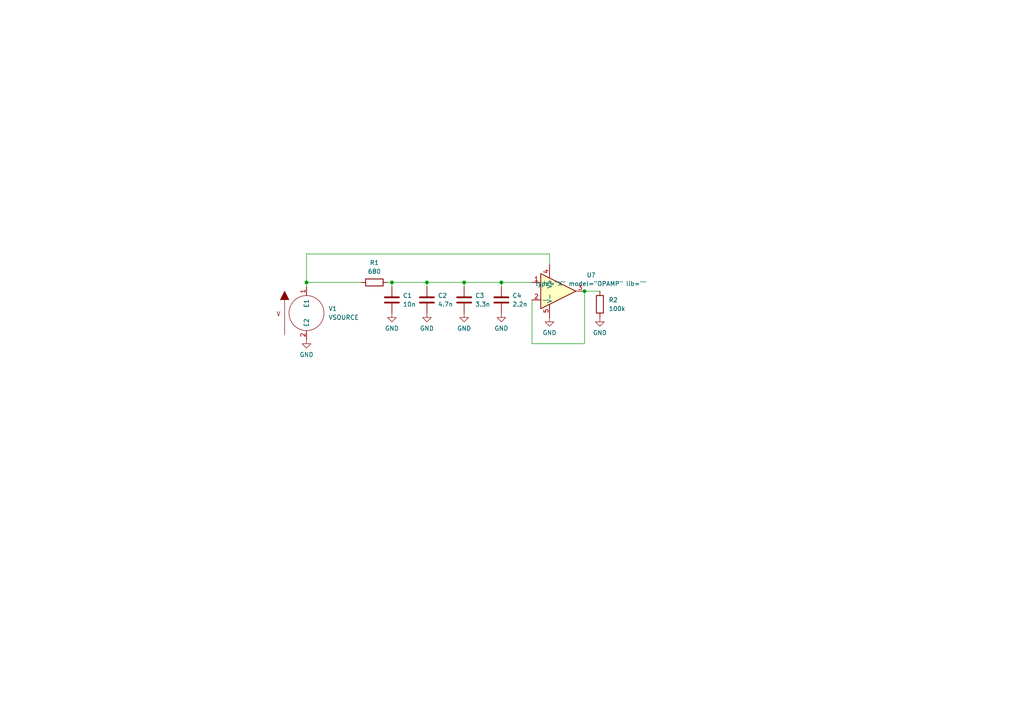
<source format=kicad_sch>
(kicad_sch (version 20211123) (generator eeschema)
  (paper "A4")
  (lib_symbols
    (symbol "Device:C" (pin_numbers hide) (pin_names (offset 0.254))
      (property "Reference" "C" (at 0.635 2.54 0))
      (property "Value" "C" (at 0.635 -2.54 0))
      (symbol "C_0_1"
        (polyline (pts (xy -2.032 -0.762) (xy 2.032 -0.762)) (stroke (width 0.508)))
        (polyline (pts (xy -2.032 0.762) (xy 2.032 0.762)) (stroke (width 0.508)))
      )
      (symbol "C_1_1"
        (pin passive line (at 0 3.81 270) (length 2.794) (name "~") (number "1"))
        (pin passive line (at 0 -3.81 90) (length 2.794) (name "~") (number "2"))
      )
    )
    (symbol "Device:R" (pin_numbers hide) (pin_names (offset 0))
      (property "Reference" "R" (at 2.032 0 90))
      (property "Value" "R" (at 0 0 90))
      (symbol "R_0_1"
        (rectangle (start -1.016 -2.54) (end 1.016 2.54) (stroke (width 0.254)))
      )
      (symbol "R_1_1"
        (pin passive line (at 0 3.81 270) (length 1.27) (name "~") (number "1"))
        (pin passive line (at 0 -3.81 90) (length 1.27) (name "~") (number "2"))
      )
    )
    (symbol "Simulation_SPICE:OPAMP" (pin_names (offset 0.254))
      (property "Reference" "U" (at 3.81 3.175 0))
      (property "Value" "OPAMP" (at 3.81 -3.175 0))
      (symbol "OPAMP_0_1"
        (polyline (pts (xy 5.08 0) (xy -5.08 5.08) (xy -5.08 -5.08) (xy 5.08 0)) (stroke (width 0.254)) (fill (type background)))
      )
      (symbol "OPAMP_1_1"
        (pin input line (at -7.62 2.54 0) (length 2.54) (name "+") (number "1"))
        (pin input line (at -7.62 -2.54 0) (length 2.54) (name "-") (number "2"))
        (pin output line (at 7.62 0 180) (length 2.54) (name "~") (number "3"))
        (pin power_in line (at -2.54 7.62 270) (length 3.81) (name "V+") (number "4"))
        (pin power_in line (at -2.54 -7.62 90) (length 3.81) (name "V-") (number "5"))
      )
    )
    (symbol "power:GND" (power) (pin_names (offset 0))
      (property "Value" "GND" (at 0 -3.81 0))
      (symbol "GND_0_1"
        (polyline (pts (xy 0 0) (xy 0 -1.27) (xy 1.27 -1.27) (xy 0 -2.54) (xy -1.27 -1.27) (xy 0 -1.27)))
      )
      (symbol "GND_1_1"
        (pin power_in line (at 0 0 270) (length 0) hide (name "GND") (number "1"))
      )
    )
    (symbol "pspice:VSOURCE" (pin_names (offset 1.016))
      (property "Reference" "V" (at -6.35 7.62 0))
      (property "Value" "VSOURCE" (at 0 0 0))
      (symbol "VSOURCE_0_1"
        (polyline (pts (xy -6.35 -6.35) (xy -6.35 3.81)) (fill (type outline)))
        (polyline (pts (xy -7.62 3.81) (xy -6.35 6.35) (xy -5.08 3.81)) (fill (type outline)))
        (circle (center 0 0) (radius 5.08))
        (text "V" (at -8.128 -0.254 0) (effects (font (size 1.27 1.27))))
      )
      (symbol "VSOURCE_1_1"
        (pin input line (at 0 7.62 270) (length 2.54) (name "E1") (number "1"))
        (pin input line (at 0 -7.62 90) (length 2.54) (name "E2") (number "2"))
      )
    )
  )
  (junction (at 113.665 81.915))
  (junction (at 123.825 81.915))
  (junction (at 169.545 84.455))
  (junction (at 88.9 81.915))
  (junction (at 145.415 81.915))
  (junction (at 134.62 81.915))
  (wire (pts (xy 145.415 81.915) (xy 154.305 81.915)))
  (wire (pts (xy 154.305 86.995) (xy 154.305 99.695)))
  (wire (pts (xy 88.9 73.66) (xy 159.385 73.66)))
  (wire (pts (xy 154.305 99.695) (xy 169.545 99.695)))
  (wire (pts (xy 134.62 83.185) (xy 134.62 81.915)))
  (wire (pts (xy 169.545 84.455) (xy 173.99 84.455)))
  (wire (pts (xy 134.62 81.915) (xy 123.825 81.915)))
  (wire (pts (xy 169.545 99.695) (xy 169.545 84.455)))
  (wire (pts (xy 145.415 83.185) (xy 145.415 81.915)))
  (wire (pts (xy 88.9 83.185) (xy 88.9 81.915)))
  (wire (pts (xy 113.665 83.185) (xy 113.665 81.915)))
  (wire (pts (xy 123.825 81.915) (xy 113.665 81.915)))
  (wire (pts (xy 123.825 83.185) (xy 123.825 81.915)))
  (wire (pts (xy 88.9 81.915) (xy 88.9 73.66)))
  (wire (pts (xy 113.665 81.915) (xy 112.395 81.915)))
  (wire (pts (xy 159.385 73.66) (xy 159.385 76.835)))
  (wire (pts (xy 88.9 81.915) (xy 104.775 81.915)))
  (wire (pts (xy 134.62 81.915) (xy 145.415 81.915)))
  (symbol (lib_id "power:GND") (at 123.825 90.805 0) (unit 1)
    (property "Reference" "#PWR?" (effects hide))
    (property "Value" "GND" (at 123.825 95.25 0))
  )
  (symbol (lib_id "power:GND") (at 159.385 92.075 0) (unit 1)
    (property "Reference" "#PWR?" (effects hide))
    (property "Value" "GND" (at 159.385 96.52 0))
  )
  (symbol (lib_id "Device:C") (at 134.62 86.995 0) (unit 1)
    (property "Reference" "C3" (at 137.795 85.7249 0) (effects (justify left)))
    (property "Value" "3.3n" (at 137.795 88.2649 0) (effects (justify left)))
  )
  (symbol (lib_id "Device:R") (at 173.99 88.265 0) (unit 1)
    (property "Reference" "R2" (at 176.53 86.9949 0) (effects (justify left)))
    (property "Value" "100k" (at 176.53 89.5349 0) (effects (justify left)))
  )
  (symbol (lib_id "pspice:VSOURCE") (at 88.9 90.805 0) (unit 1)
    (property "Reference" "V1" (at 95.25 89.5349 0) (effects (justify left)))
    (property "Value" "VSOURCE" (at 95.25 92.0749 0) (effects (justify left)))
    (property "Spice_Primitive" "V" (effects hide))
    (property "Spice_Model" "dc 0 ac 1 sin(0 1 50)" (effects hide))
    (property "Spice_Netlist_Enabled" "Y" (effects hide))
  )
  (symbol (lib_id "power:GND") (at 88.9 98.425 0) (unit 1)
    (property "Reference" "#PWR?" (effects hide))
    (property "Value" "GND" (at 88.9 102.87 0))
  )
  (symbol (lib_id "Device:C") (at 145.415 86.995 0) (unit 1)
    (property "Reference" "C4" (at 148.59 85.7249 0) (effects (justify left)))
    (property "Value" "2.2n" (at 148.59 88.2649 0) (effects (justify left)))
  )
  (symbol (lib_id "Device:R") (at 108.585 81.915 90) (unit 1)
    (property "Reference" "R1" (at 108.585 76.2 90))
    (property "Value" "680" (at 108.585 78.74 90))
  )
  (symbol (lib_id "Device:C") (at 113.665 86.995 0) (unit 1)
    (property "Reference" "C1" (at 116.84 85.7249 0) (effects (justify left)))
    (property "Value" "10n" (at 116.84 88.2649 0) (effects (justify left)))
  )
  (symbol (lib_id "power:GND") (at 145.415 90.805 0) (unit 1)
    (property "Reference" "#PWR?" (effects hide))
    (property "Value" "GND" (at 145.415 95.25 0))
  )
  (symbol (lib_id "Simulation_SPICE:OPAMP") (at 161.925 84.455 0) (unit 1)
    (property "Reference" "U?" (at 171.45 79.756 0))
    (property "Value" "OPAMP" (at 171.45 82.296 0))
    (property "Spice_Netlist_Enabled" "Y" (effects hide))
    (property "Spice_Primitive" "X" (effects hide))
  )
  (symbol (lib_id "power:GND") (at 173.99 92.075 0) (unit 1)
    (property "Reference" "#PWR?" (effects hide))
    (property "Value" "GND" (at 173.99 96.52 0))
  )
  (symbol (lib_id "Device:C") (at 123.825 86.995 0) (unit 1)
    (property "Reference" "C2" (at 127 85.7249 0) (effects (justify left)))
    (property "Value" "4.7n" (at 127 88.2649 0) (effects (justify left)))
  )
  (symbol (lib_id "power:GND") (at 134.62 90.805 0) (unit 1)
    (property "Reference" "#PWR?" (effects hide))
    (property "Value" "GND" (at 134.62 95.25 0))
  )
  (symbol (lib_id "power:GND") (at 113.665 90.805 0) (unit 1)
    (property "Reference" "#PWR?" (effects hide))
    (property "Value" "GND" (at 113.665 95.25 0))
  )
)
</source>
